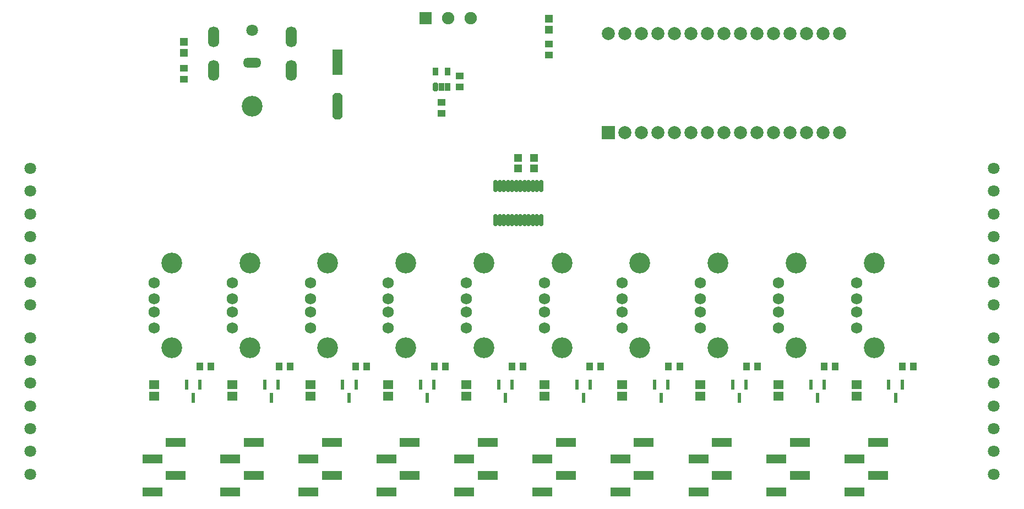
<source format=gbr>
%TF.GenerationSoftware,Altium Limited,Altium NEXUS,2.1.5 (53)*%
G04 Layer_Color=8388736*
%FSLAX44Y44*%
%MOMM*%
%TF.FileFunction,Soldermask,Top*%
%TF.Part,Single*%
G01*
G75*
%TA.AperFunction,SMDPad,CuDef*%
%ADD16R,0.6100X1.6100*%
%ADD42R,1.6032X1.4032*%
%ADD43R,3.1632X1.4732*%
%ADD44R,1.2032X1.1032*%
%ADD45R,1.1032X1.2032*%
G04:AMPARAMS|DCode=46|XSize=0.8532mm|YSize=1.3032mm|CornerRadius=0mm|HoleSize=0mm|Usage=FLASHONLY|Rotation=180.000|XOffset=0mm|YOffset=0mm|HoleType=Round|Shape=Octagon|*
%AMOCTAGOND46*
4,1,8,0.2133,-0.6516,-0.2133,-0.6516,-0.4266,-0.4383,-0.4266,0.4383,-0.2133,0.6516,0.2133,0.6516,0.4266,0.4383,0.4266,-0.4383,0.2133,-0.6516,0.0*
%
%ADD46OCTAGOND46*%

%ADD47R,0.8532X1.3032*%
G04:AMPARAMS|DCode=48|XSize=4.0032mm|YSize=1.5032mm|CornerRadius=0mm|HoleSize=0mm|Usage=FLASHONLY|Rotation=90.000|XOffset=0mm|YOffset=0mm|HoleType=Round|Shape=Octagon|*
%AMOCTAGOND48*
4,1,8,0.3758,2.0016,-0.3758,2.0016,-0.7516,1.6258,-0.7516,-1.6258,-0.3758,-2.0016,0.3758,-2.0016,0.7516,-1.6258,0.7516,1.6258,0.3758,2.0016,0.0*
%
%ADD48OCTAGOND48*%

%ADD49R,1.5032X4.0032*%
G04:AMPARAMS|DCode=50|XSize=1.8432mm|YSize=0.6132mm|CornerRadius=0.1529mm|HoleSize=0mm|Usage=FLASHONLY|Rotation=90.000|XOffset=0mm|YOffset=0mm|HoleType=Round|Shape=RoundedRectangle|*
%AMROUNDEDRECTD50*
21,1,1.8432,0.3075,0,0,90.0*
21,1,1.5375,0.6132,0,0,90.0*
1,1,0.3057,0.1538,0.7688*
1,1,0.3057,0.1538,-0.7688*
1,1,0.3057,-0.1538,-0.7688*
1,1,0.3057,-0.1538,0.7688*
%
%ADD50ROUNDEDRECTD50*%
%ADD51R,1.2032X1.2032*%
%ADD52R,1.2032X1.3032*%
%TA.AperFunction,ComponentPad*%
%ADD53C,1.7272*%
%ADD54C,3.2032*%
%ADD55C,1.9032*%
%ADD56R,1.9032X1.9032*%
%ADD57O,2.8192X1.5112*%
%ADD58O,1.7112X3.2192*%
%ADD59C,1.8032*%
%ADD60C,2.0032*%
%ADD61R,2.0032X2.0032*%
D16*
X1380250Y627170D02*
D03*
X1359750D02*
D03*
X1370000Y607270D02*
D03*
X1260250Y627170D02*
D03*
X1239750D02*
D03*
X1250000Y607270D02*
D03*
X1140250Y627170D02*
D03*
X1119750D02*
D03*
X1130000Y607270D02*
D03*
X1020250Y627170D02*
D03*
X999750D02*
D03*
X1010000Y607270D02*
D03*
X900250Y627170D02*
D03*
X879750D02*
D03*
X890000Y607270D02*
D03*
X780250Y627170D02*
D03*
X759750D02*
D03*
X770000Y607270D02*
D03*
X660250Y627170D02*
D03*
X639750D02*
D03*
X650000Y607270D02*
D03*
X540250Y627170D02*
D03*
X519750D02*
D03*
X530000Y607270D02*
D03*
X420250Y627170D02*
D03*
X399750D02*
D03*
X410000Y607270D02*
D03*
X300250Y627170D02*
D03*
X279750D02*
D03*
X290000Y607270D02*
D03*
D42*
X230000Y609600D02*
D03*
Y627600D02*
D03*
X350000Y609600D02*
D03*
Y627600D02*
D03*
X470000Y609600D02*
D03*
Y627600D02*
D03*
X590000Y609600D02*
D03*
Y627600D02*
D03*
X710000Y609600D02*
D03*
Y627600D02*
D03*
X830000Y609600D02*
D03*
Y627600D02*
D03*
X950000Y609600D02*
D03*
Y627600D02*
D03*
X1070000Y609600D02*
D03*
Y627600D02*
D03*
X1190000Y609600D02*
D03*
Y627600D02*
D03*
X1310000Y609600D02*
D03*
Y627600D02*
D03*
D43*
X623000Y538100D02*
D03*
X587000Y512700D02*
D03*
X623000Y487300D02*
D03*
X587000Y461900D02*
D03*
X263000Y538100D02*
D03*
X227000Y512700D02*
D03*
X263000Y487300D02*
D03*
X227000Y461900D02*
D03*
X383000Y538100D02*
D03*
X347000Y512700D02*
D03*
X383000Y487300D02*
D03*
X347000Y461900D02*
D03*
X503000Y538100D02*
D03*
X467000Y512700D02*
D03*
X503000Y487300D02*
D03*
X467000Y461900D02*
D03*
X743000Y538100D02*
D03*
X707000Y512700D02*
D03*
X743000Y487300D02*
D03*
X707000Y461900D02*
D03*
X863000Y538100D02*
D03*
X827000Y512700D02*
D03*
X863000Y487300D02*
D03*
X827000Y461900D02*
D03*
X983000Y538100D02*
D03*
X947000Y512700D02*
D03*
X983000Y487300D02*
D03*
X947000Y461900D02*
D03*
X1103000Y538100D02*
D03*
X1067000Y512700D02*
D03*
X1103000Y487300D02*
D03*
X1067000Y461900D02*
D03*
X1223000Y538100D02*
D03*
X1187000Y512700D02*
D03*
X1223000Y487300D02*
D03*
X1187000Y461900D02*
D03*
X1343000Y538100D02*
D03*
X1307000Y512700D02*
D03*
X1343000Y487300D02*
D03*
X1307000Y461900D02*
D03*
D44*
X699770Y1084970D02*
D03*
Y1101970D02*
D03*
X671830Y1061720D02*
D03*
Y1044720D02*
D03*
X836930Y1151110D02*
D03*
Y1134110D02*
D03*
X275590Y1114280D02*
D03*
Y1097280D02*
D03*
D45*
X677790Y655000D02*
D03*
X660790D02*
D03*
X916550D02*
D03*
X899550D02*
D03*
X1157850D02*
D03*
X1140850D02*
D03*
X1397880D02*
D03*
X1380880D02*
D03*
X439030D02*
D03*
X422030D02*
D03*
X557140D02*
D03*
X540140D02*
D03*
X797170D02*
D03*
X780170D02*
D03*
X1038080D02*
D03*
X1021080D02*
D03*
X1277230D02*
D03*
X1260230D02*
D03*
X317110D02*
D03*
X300110D02*
D03*
D46*
X662330Y1085280D02*
D03*
D47*
X671830D02*
D03*
X681330D02*
D03*
Y1109280D02*
D03*
X662330D02*
D03*
D48*
X511810Y1055370D02*
D03*
D49*
Y1123370D02*
D03*
D50*
X755015Y933130D02*
D03*
X761365D02*
D03*
X767715D02*
D03*
X774065D02*
D03*
X780415D02*
D03*
X786765D02*
D03*
X793115D02*
D03*
X799465D02*
D03*
X805815D02*
D03*
X812165D02*
D03*
X818515D02*
D03*
X824865D02*
D03*
Y880430D02*
D03*
X818515D02*
D03*
X812165D02*
D03*
X805815D02*
D03*
X799465D02*
D03*
X793115D02*
D03*
X786765D02*
D03*
X780415D02*
D03*
X774065D02*
D03*
X767715D02*
D03*
X761365D02*
D03*
X755015D02*
D03*
D51*
X789940Y959740D02*
D03*
Y975740D02*
D03*
X814070Y975740D02*
D03*
Y959740D02*
D03*
D52*
X836930Y1173480D02*
D03*
Y1190480D02*
D03*
X275590Y1137920D02*
D03*
Y1154920D02*
D03*
D53*
X1310000Y739140D02*
D03*
Y759140D02*
D03*
Y714140D02*
D03*
Y784140D02*
D03*
X1190000Y739140D02*
D03*
Y759140D02*
D03*
Y714140D02*
D03*
Y784140D02*
D03*
X1070000Y739140D02*
D03*
Y759140D02*
D03*
Y714140D02*
D03*
Y784140D02*
D03*
X950000Y739140D02*
D03*
Y759140D02*
D03*
Y714140D02*
D03*
Y784140D02*
D03*
X830000Y739140D02*
D03*
Y759140D02*
D03*
Y714140D02*
D03*
Y784140D02*
D03*
X710000Y739140D02*
D03*
Y759140D02*
D03*
Y714140D02*
D03*
Y784140D02*
D03*
X590000Y739140D02*
D03*
Y759140D02*
D03*
Y714140D02*
D03*
Y784140D02*
D03*
X470000Y739140D02*
D03*
Y759140D02*
D03*
Y714140D02*
D03*
Y784140D02*
D03*
X350000Y739140D02*
D03*
Y759140D02*
D03*
Y714140D02*
D03*
Y784140D02*
D03*
X230000Y739140D02*
D03*
Y759140D02*
D03*
Y714140D02*
D03*
Y784140D02*
D03*
D54*
X1337000Y684140D02*
D03*
Y814140D02*
D03*
X381000Y1055710D02*
D03*
X1217000Y684140D02*
D03*
Y814140D02*
D03*
X1097000Y684140D02*
D03*
Y814140D02*
D03*
X977000Y684140D02*
D03*
Y814140D02*
D03*
X857000Y684140D02*
D03*
Y814140D02*
D03*
X737000Y684140D02*
D03*
Y814140D02*
D03*
X617000Y684140D02*
D03*
Y814140D02*
D03*
X497000Y684140D02*
D03*
Y814140D02*
D03*
X377000Y684140D02*
D03*
Y814140D02*
D03*
X257000Y684140D02*
D03*
Y814140D02*
D03*
D55*
X716990Y1191260D02*
D03*
X681990D02*
D03*
D56*
X646990D02*
D03*
D57*
X381000Y1122210D02*
D03*
D58*
X440500Y1110710D02*
D03*
Y1162710D02*
D03*
X321500D02*
D03*
Y1110710D02*
D03*
D59*
X381000Y1172210D02*
D03*
X1521460Y489540D02*
D03*
Y699540D02*
D03*
Y524540D02*
D03*
Y664540D02*
D03*
Y559540D02*
D03*
Y629540D02*
D03*
Y594540D02*
D03*
X39370Y489540D02*
D03*
Y699540D02*
D03*
Y524540D02*
D03*
Y664540D02*
D03*
Y559540D02*
D03*
Y629540D02*
D03*
Y594540D02*
D03*
Y750040D02*
D03*
Y960040D02*
D03*
Y785040D02*
D03*
Y925040D02*
D03*
Y820040D02*
D03*
Y890040D02*
D03*
Y855040D02*
D03*
X1521460Y750040D02*
D03*
Y960040D02*
D03*
Y785040D02*
D03*
Y925040D02*
D03*
Y820040D02*
D03*
Y890040D02*
D03*
Y855040D02*
D03*
D60*
X928370Y1167130D02*
D03*
X953770D02*
D03*
X979170D02*
D03*
X1004570D02*
D03*
X1029970D02*
D03*
X1055370D02*
D03*
X1080770D02*
D03*
X1106170D02*
D03*
X1131570D02*
D03*
X1156970D02*
D03*
X1182370D02*
D03*
X1207770D02*
D03*
X1233170D02*
D03*
X1258570D02*
D03*
X1283970D02*
D03*
Y1014730D02*
D03*
X1258570D02*
D03*
X1233170D02*
D03*
X1207770D02*
D03*
X1182370D02*
D03*
X1156970D02*
D03*
X1131570D02*
D03*
X1106170D02*
D03*
X1080770D02*
D03*
X1055370D02*
D03*
X1029970D02*
D03*
X1004570D02*
D03*
X979170D02*
D03*
X953770D02*
D03*
D61*
X928370D02*
D03*
%TF.MD5,3347c7e362633be816b901168a3db695*%
M02*

</source>
